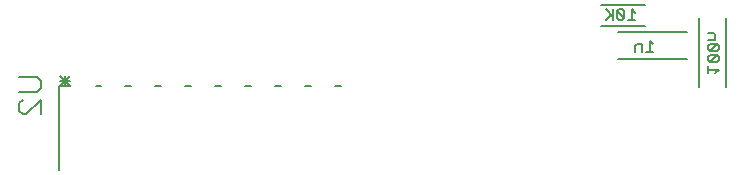
<source format=gbo>
G04 Output by ViewMate Deluxe V11.0.9  PentaLogix LLC*
G04 Sun Jun 14 09:16:29 2015*
%FSLAX33Y33*%
%MOMM*%
%IPPOS*%
%ADD17C,0.13*%
%ADD100C,0.1524*%
%ADD102C,0.2032*%

%LPD*%
X0Y0D2*D17*G1X40216Y39535D2*X39421Y38738D1*X89314Y41643D2*X89314Y42558D1*X94874Y39802D2*X95179Y40107D1*X94264Y40107*X94264Y40411D2*X94264Y39802D1*X94417Y40737D2*X95026Y40737D1*X95179Y40889*X95179Y41194*X95026Y41349*X94417Y41349D2*X95026Y41349D1*X94417Y40737*X94264Y40889*X94264Y41194*X94417Y41349*X94417Y41674D2*X95026Y41674D1*X95179Y41826*X95179Y42131*X95026Y42283*X94264Y43218D2*X94722Y43218D1*X94874Y43066*X94874Y42608*X94264Y42608*X94264Y42131D2*X94417Y42283D1*X95026Y42283*X94417Y41674*X94264Y41826*X94264Y42131*X89314Y42558D2*X89619Y42253D1*X89009Y41643D2*X89619Y41643D1*X88684Y41643D2*X88684Y42253D1*X88227Y42253*X88074Y42100*X88074Y41643*X87777Y45237D2*X87777Y44298D1*X40216Y39136D2*X39421Y39136D1*X39421Y39535D2*X40216Y38738D1*X39817Y38738D2*X39817Y39535D1*X86063Y44768D2*X85593Y44298D1*X86220Y44610D2*X85593Y45237D1*X86220Y45237D2*X86220Y44298D1*X86528Y45082D2*X86685Y45237D1*X87000Y45237*X87155Y45082*X87155Y44455*X87000Y44298*X86685Y44298*X86528Y44455*X86528Y45082*X87155Y44455*X87465Y44298D2*X88092Y44298D1*X88092Y44925D2*X87777Y45237D1*D100*X57600Y38735D2*X58057Y38735D1*X39286Y31623D2*X39286Y38735D1*X42410Y38735D2*X42817Y38735D1*X85197Y45593D2*X88880Y45593D1*X92499Y41021D2*X86657Y41021D1*X95801Y38608D2*X95801Y44450D1*X93515Y44450D2*X93515Y38608D1*X86657Y43307D2*X92499Y43307D1*X85197Y43815D2*X88880Y43815D1*X62680Y38735D2*X63137Y38735D1*X60140Y38735D2*X60597Y38735D1*X55060Y38735D2*X55517Y38735D1*X52520Y38735D2*X52977Y38735D1*X49980Y38735D2*X50437Y38735D1*X47440Y38735D2*X47897Y38735D1*X44900Y38735D2*X45357Y38735D1*X39286Y38735D2*X40226Y38735D1*D102*X35905Y39497D2*X37473Y39497D1*X37788Y39185*X37788Y36325D2*X37788Y37579D1*X36533Y36325*X36218Y36325*X35905Y36640*X35905Y37267*X36218Y37579*X35905Y38242D2*X37473Y38242D1*X37788Y38557*X37788Y39185*X0Y0D2*M02*
</source>
